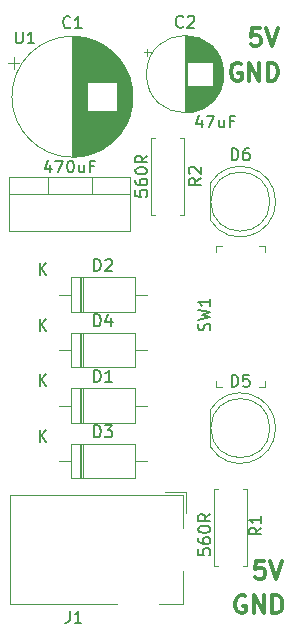
<source format=gbr>
%TF.GenerationSoftware,KiCad,Pcbnew,(5.1.10)-1*%
%TF.CreationDate,2021-12-27T15:37:09-03:00*%
%TF.ProjectId,pwr_supply,7077725f-7375-4707-906c-792e6b696361,rev?*%
%TF.SameCoordinates,Original*%
%TF.FileFunction,Legend,Top*%
%TF.FilePolarity,Positive*%
%FSLAX46Y46*%
G04 Gerber Fmt 4.6, Leading zero omitted, Abs format (unit mm)*
G04 Created by KiCad (PCBNEW (5.1.10)-1) date 2021-12-27 15:37:09*
%MOMM*%
%LPD*%
G01*
G04 APERTURE LIST*
%ADD10C,0.150000*%
%ADD11C,0.300000*%
%ADD12C,0.120000*%
%ADD13C,0.100000*%
G04 APERTURE END LIST*
D10*
X139533380Y-108783285D02*
X139533380Y-109259476D01*
X140009571Y-109307095D01*
X139961952Y-109259476D01*
X139914333Y-109164238D01*
X139914333Y-108926142D01*
X139961952Y-108830904D01*
X140009571Y-108783285D01*
X140104809Y-108735666D01*
X140342904Y-108735666D01*
X140438142Y-108783285D01*
X140485761Y-108830904D01*
X140533380Y-108926142D01*
X140533380Y-109164238D01*
X140485761Y-109259476D01*
X140438142Y-109307095D01*
X139533380Y-107878523D02*
X139533380Y-108069000D01*
X139581000Y-108164238D01*
X139628619Y-108211857D01*
X139771476Y-108307095D01*
X139961952Y-108354714D01*
X140342904Y-108354714D01*
X140438142Y-108307095D01*
X140485761Y-108259476D01*
X140533380Y-108164238D01*
X140533380Y-107973761D01*
X140485761Y-107878523D01*
X140438142Y-107830904D01*
X140342904Y-107783285D01*
X140104809Y-107783285D01*
X140009571Y-107830904D01*
X139961952Y-107878523D01*
X139914333Y-107973761D01*
X139914333Y-108164238D01*
X139961952Y-108259476D01*
X140009571Y-108307095D01*
X140104809Y-108354714D01*
X139533380Y-107164238D02*
X139533380Y-107069000D01*
X139581000Y-106973761D01*
X139628619Y-106926142D01*
X139723857Y-106878523D01*
X139914333Y-106830904D01*
X140152428Y-106830904D01*
X140342904Y-106878523D01*
X140438142Y-106926142D01*
X140485761Y-106973761D01*
X140533380Y-107069000D01*
X140533380Y-107164238D01*
X140485761Y-107259476D01*
X140438142Y-107307095D01*
X140342904Y-107354714D01*
X140152428Y-107402333D01*
X139914333Y-107402333D01*
X139723857Y-107354714D01*
X139628619Y-107307095D01*
X139581000Y-107259476D01*
X139533380Y-107164238D01*
X140533380Y-105830904D02*
X140057190Y-106164238D01*
X140533380Y-106402333D02*
X139533380Y-106402333D01*
X139533380Y-106021380D01*
X139581000Y-105926142D01*
X139628619Y-105878523D01*
X139723857Y-105830904D01*
X139866714Y-105830904D01*
X139961952Y-105878523D01*
X140009571Y-105926142D01*
X140057190Y-106021380D01*
X140057190Y-106402333D01*
X134199380Y-78430285D02*
X134199380Y-78906476D01*
X134675571Y-78954095D01*
X134627952Y-78906476D01*
X134580333Y-78811238D01*
X134580333Y-78573142D01*
X134627952Y-78477904D01*
X134675571Y-78430285D01*
X134770809Y-78382666D01*
X135008904Y-78382666D01*
X135104142Y-78430285D01*
X135151761Y-78477904D01*
X135199380Y-78573142D01*
X135199380Y-78811238D01*
X135151761Y-78906476D01*
X135104142Y-78954095D01*
X134199380Y-77525523D02*
X134199380Y-77716000D01*
X134247000Y-77811238D01*
X134294619Y-77858857D01*
X134437476Y-77954095D01*
X134627952Y-78001714D01*
X135008904Y-78001714D01*
X135104142Y-77954095D01*
X135151761Y-77906476D01*
X135199380Y-77811238D01*
X135199380Y-77620761D01*
X135151761Y-77525523D01*
X135104142Y-77477904D01*
X135008904Y-77430285D01*
X134770809Y-77430285D01*
X134675571Y-77477904D01*
X134627952Y-77525523D01*
X134580333Y-77620761D01*
X134580333Y-77811238D01*
X134627952Y-77906476D01*
X134675571Y-77954095D01*
X134770809Y-78001714D01*
X134199380Y-76811238D02*
X134199380Y-76716000D01*
X134247000Y-76620761D01*
X134294619Y-76573142D01*
X134389857Y-76525523D01*
X134580333Y-76477904D01*
X134818428Y-76477904D01*
X135008904Y-76525523D01*
X135104142Y-76573142D01*
X135151761Y-76620761D01*
X135199380Y-76716000D01*
X135199380Y-76811238D01*
X135151761Y-76906476D01*
X135104142Y-76954095D01*
X135008904Y-77001714D01*
X134818428Y-77049333D01*
X134580333Y-77049333D01*
X134389857Y-77001714D01*
X134294619Y-76954095D01*
X134247000Y-76906476D01*
X134199380Y-76811238D01*
X135199380Y-75477904D02*
X134723190Y-75811238D01*
X135199380Y-76049333D02*
X134199380Y-76049333D01*
X134199380Y-75668380D01*
X134247000Y-75573142D01*
X134294619Y-75525523D01*
X134389857Y-75477904D01*
X134532714Y-75477904D01*
X134627952Y-75525523D01*
X134675571Y-75573142D01*
X134723190Y-75668380D01*
X134723190Y-76049333D01*
X139803333Y-72429714D02*
X139803333Y-73096380D01*
X139565238Y-72048761D02*
X139327142Y-72763047D01*
X139946190Y-72763047D01*
X140231904Y-72096380D02*
X140898571Y-72096380D01*
X140470000Y-73096380D01*
X141708095Y-72429714D02*
X141708095Y-73096380D01*
X141279523Y-72429714D02*
X141279523Y-72953523D01*
X141327142Y-73048761D01*
X141422380Y-73096380D01*
X141565238Y-73096380D01*
X141660476Y-73048761D01*
X141708095Y-73001142D01*
X142517619Y-72572571D02*
X142184285Y-72572571D01*
X142184285Y-73096380D02*
X142184285Y-72096380D01*
X142660476Y-72096380D01*
X127008142Y-76239714D02*
X127008142Y-76906380D01*
X126770047Y-75858761D02*
X126531952Y-76573047D01*
X127151000Y-76573047D01*
X127436714Y-75906380D02*
X128103380Y-75906380D01*
X127674809Y-76906380D01*
X128674809Y-75906380D02*
X128770047Y-75906380D01*
X128865285Y-75954000D01*
X128912904Y-76001619D01*
X128960523Y-76096857D01*
X129008142Y-76287333D01*
X129008142Y-76525428D01*
X128960523Y-76715904D01*
X128912904Y-76811142D01*
X128865285Y-76858761D01*
X128770047Y-76906380D01*
X128674809Y-76906380D01*
X128579571Y-76858761D01*
X128531952Y-76811142D01*
X128484333Y-76715904D01*
X128436714Y-76525428D01*
X128436714Y-76287333D01*
X128484333Y-76096857D01*
X128531952Y-76001619D01*
X128579571Y-75954000D01*
X128674809Y-75906380D01*
X129865285Y-76239714D02*
X129865285Y-76906380D01*
X129436714Y-76239714D02*
X129436714Y-76763523D01*
X129484333Y-76858761D01*
X129579571Y-76906380D01*
X129722428Y-76906380D01*
X129817666Y-76858761D01*
X129865285Y-76811142D01*
X130674809Y-76382571D02*
X130341476Y-76382571D01*
X130341476Y-76906380D02*
X130341476Y-75906380D01*
X130817666Y-75906380D01*
D11*
X143129142Y-67703000D02*
X142986285Y-67631571D01*
X142772000Y-67631571D01*
X142557714Y-67703000D01*
X142414857Y-67845857D01*
X142343428Y-67988714D01*
X142272000Y-68274428D01*
X142272000Y-68488714D01*
X142343428Y-68774428D01*
X142414857Y-68917285D01*
X142557714Y-69060142D01*
X142772000Y-69131571D01*
X142914857Y-69131571D01*
X143129142Y-69060142D01*
X143200571Y-68988714D01*
X143200571Y-68488714D01*
X142914857Y-68488714D01*
X143843428Y-69131571D02*
X143843428Y-67631571D01*
X144700571Y-69131571D01*
X144700571Y-67631571D01*
X145414857Y-69131571D02*
X145414857Y-67631571D01*
X145772000Y-67631571D01*
X145986285Y-67703000D01*
X146129142Y-67845857D01*
X146200571Y-67988714D01*
X146272000Y-68274428D01*
X146272000Y-68488714D01*
X146200571Y-68774428D01*
X146129142Y-68917285D01*
X145986285Y-69060142D01*
X145772000Y-69131571D01*
X145414857Y-69131571D01*
X144748285Y-64710571D02*
X144034000Y-64710571D01*
X143962571Y-65424857D01*
X144034000Y-65353428D01*
X144176857Y-65282000D01*
X144534000Y-65282000D01*
X144676857Y-65353428D01*
X144748285Y-65424857D01*
X144819714Y-65567714D01*
X144819714Y-65924857D01*
X144748285Y-66067714D01*
X144676857Y-66139142D01*
X144534000Y-66210571D01*
X144176857Y-66210571D01*
X144034000Y-66139142D01*
X143962571Y-66067714D01*
X145248285Y-64710571D02*
X145748285Y-66210571D01*
X146248285Y-64710571D01*
X143510142Y-112788000D02*
X143367285Y-112716571D01*
X143153000Y-112716571D01*
X142938714Y-112788000D01*
X142795857Y-112930857D01*
X142724428Y-113073714D01*
X142653000Y-113359428D01*
X142653000Y-113573714D01*
X142724428Y-113859428D01*
X142795857Y-114002285D01*
X142938714Y-114145142D01*
X143153000Y-114216571D01*
X143295857Y-114216571D01*
X143510142Y-114145142D01*
X143581571Y-114073714D01*
X143581571Y-113573714D01*
X143295857Y-113573714D01*
X144224428Y-114216571D02*
X144224428Y-112716571D01*
X145081571Y-114216571D01*
X145081571Y-112716571D01*
X145795857Y-114216571D02*
X145795857Y-112716571D01*
X146153000Y-112716571D01*
X146367285Y-112788000D01*
X146510142Y-112930857D01*
X146581571Y-113073714D01*
X146653000Y-113359428D01*
X146653000Y-113573714D01*
X146581571Y-113859428D01*
X146510142Y-114002285D01*
X146367285Y-114145142D01*
X146153000Y-114216571D01*
X145795857Y-114216571D01*
X145129285Y-109795571D02*
X144415000Y-109795571D01*
X144343571Y-110509857D01*
X144415000Y-110438428D01*
X144557857Y-110367000D01*
X144915000Y-110367000D01*
X145057857Y-110438428D01*
X145129285Y-110509857D01*
X145200714Y-110652714D01*
X145200714Y-111009857D01*
X145129285Y-111152714D01*
X145057857Y-111224142D01*
X144915000Y-111295571D01*
X144557857Y-111295571D01*
X144415000Y-111224142D01*
X144343571Y-111152714D01*
X145629285Y-109795571D02*
X146129285Y-111295571D01*
X146629285Y-109795571D01*
D12*
%TO.C,C1*%
X133985000Y-70485000D02*
G75*
G03*
X133985000Y-70485000I-5120000J0D01*
G01*
X128865000Y-65405000D02*
X128865000Y-75565000D01*
X128905000Y-65405000D02*
X128905000Y-75565000D01*
X128945000Y-65405000D02*
X128945000Y-75565000D01*
X128985000Y-65406000D02*
X128985000Y-75564000D01*
X129025000Y-65407000D02*
X129025000Y-75563000D01*
X129065000Y-65408000D02*
X129065000Y-75562000D01*
X129105000Y-65410000D02*
X129105000Y-75560000D01*
X129145000Y-65412000D02*
X129145000Y-75558000D01*
X129185000Y-65415000D02*
X129185000Y-75555000D01*
X129225000Y-65417000D02*
X129225000Y-75553000D01*
X129265000Y-65420000D02*
X129265000Y-75550000D01*
X129305000Y-65423000D02*
X129305000Y-75547000D01*
X129345000Y-65427000D02*
X129345000Y-75543000D01*
X129385000Y-65431000D02*
X129385000Y-75539000D01*
X129425000Y-65435000D02*
X129425000Y-75535000D01*
X129465000Y-65440000D02*
X129465000Y-75530000D01*
X129505000Y-65445000D02*
X129505000Y-75525000D01*
X129545000Y-65450000D02*
X129545000Y-75520000D01*
X129586000Y-65455000D02*
X129586000Y-75515000D01*
X129626000Y-65461000D02*
X129626000Y-75509000D01*
X129666000Y-65467000D02*
X129666000Y-75503000D01*
X129706000Y-65474000D02*
X129706000Y-75496000D01*
X129746000Y-65481000D02*
X129746000Y-75489000D01*
X129786000Y-65488000D02*
X129786000Y-75482000D01*
X129826000Y-65495000D02*
X129826000Y-75475000D01*
X129866000Y-65503000D02*
X129866000Y-75467000D01*
X129906000Y-65511000D02*
X129906000Y-75459000D01*
X129946000Y-65520000D02*
X129946000Y-75450000D01*
X129986000Y-65529000D02*
X129986000Y-75441000D01*
X130026000Y-65538000D02*
X130026000Y-75432000D01*
X130066000Y-65547000D02*
X130066000Y-75423000D01*
X130106000Y-65557000D02*
X130106000Y-75413000D01*
X130146000Y-65567000D02*
X130146000Y-69244000D01*
X130146000Y-71726000D02*
X130146000Y-75403000D01*
X130186000Y-65578000D02*
X130186000Y-69244000D01*
X130186000Y-71726000D02*
X130186000Y-75392000D01*
X130226000Y-65588000D02*
X130226000Y-69244000D01*
X130226000Y-71726000D02*
X130226000Y-75382000D01*
X130266000Y-65600000D02*
X130266000Y-69244000D01*
X130266000Y-71726000D02*
X130266000Y-75370000D01*
X130306000Y-65611000D02*
X130306000Y-69244000D01*
X130306000Y-71726000D02*
X130306000Y-75359000D01*
X130346000Y-65623000D02*
X130346000Y-69244000D01*
X130346000Y-71726000D02*
X130346000Y-75347000D01*
X130386000Y-65635000D02*
X130386000Y-69244000D01*
X130386000Y-71726000D02*
X130386000Y-75335000D01*
X130426000Y-65648000D02*
X130426000Y-69244000D01*
X130426000Y-71726000D02*
X130426000Y-75322000D01*
X130466000Y-65661000D02*
X130466000Y-69244000D01*
X130466000Y-71726000D02*
X130466000Y-75309000D01*
X130506000Y-65674000D02*
X130506000Y-69244000D01*
X130506000Y-71726000D02*
X130506000Y-75296000D01*
X130546000Y-65688000D02*
X130546000Y-69244000D01*
X130546000Y-71726000D02*
X130546000Y-75282000D01*
X130586000Y-65702000D02*
X130586000Y-69244000D01*
X130586000Y-71726000D02*
X130586000Y-75268000D01*
X130626000Y-65717000D02*
X130626000Y-69244000D01*
X130626000Y-71726000D02*
X130626000Y-75253000D01*
X130666000Y-65731000D02*
X130666000Y-69244000D01*
X130666000Y-71726000D02*
X130666000Y-75239000D01*
X130706000Y-65747000D02*
X130706000Y-69244000D01*
X130706000Y-71726000D02*
X130706000Y-75223000D01*
X130746000Y-65762000D02*
X130746000Y-69244000D01*
X130746000Y-71726000D02*
X130746000Y-75208000D01*
X130786000Y-65778000D02*
X130786000Y-69244000D01*
X130786000Y-71726000D02*
X130786000Y-75192000D01*
X130826000Y-65795000D02*
X130826000Y-69244000D01*
X130826000Y-71726000D02*
X130826000Y-75175000D01*
X130866000Y-65811000D02*
X130866000Y-69244000D01*
X130866000Y-71726000D02*
X130866000Y-75159000D01*
X130906000Y-65828000D02*
X130906000Y-69244000D01*
X130906000Y-71726000D02*
X130906000Y-75142000D01*
X130946000Y-65846000D02*
X130946000Y-69244000D01*
X130946000Y-71726000D02*
X130946000Y-75124000D01*
X130986000Y-65864000D02*
X130986000Y-69244000D01*
X130986000Y-71726000D02*
X130986000Y-75106000D01*
X131026000Y-65882000D02*
X131026000Y-69244000D01*
X131026000Y-71726000D02*
X131026000Y-75088000D01*
X131066000Y-65901000D02*
X131066000Y-69244000D01*
X131066000Y-71726000D02*
X131066000Y-75069000D01*
X131106000Y-65921000D02*
X131106000Y-69244000D01*
X131106000Y-71726000D02*
X131106000Y-75049000D01*
X131146000Y-65940000D02*
X131146000Y-69244000D01*
X131146000Y-71726000D02*
X131146000Y-75030000D01*
X131186000Y-65960000D02*
X131186000Y-69244000D01*
X131186000Y-71726000D02*
X131186000Y-75010000D01*
X131226000Y-65981000D02*
X131226000Y-69244000D01*
X131226000Y-71726000D02*
X131226000Y-74989000D01*
X131266000Y-66002000D02*
X131266000Y-69244000D01*
X131266000Y-71726000D02*
X131266000Y-74968000D01*
X131306000Y-66023000D02*
X131306000Y-69244000D01*
X131306000Y-71726000D02*
X131306000Y-74947000D01*
X131346000Y-66045000D02*
X131346000Y-69244000D01*
X131346000Y-71726000D02*
X131346000Y-74925000D01*
X131386000Y-66068000D02*
X131386000Y-69244000D01*
X131386000Y-71726000D02*
X131386000Y-74902000D01*
X131426000Y-66090000D02*
X131426000Y-69244000D01*
X131426000Y-71726000D02*
X131426000Y-74880000D01*
X131466000Y-66114000D02*
X131466000Y-69244000D01*
X131466000Y-71726000D02*
X131466000Y-74856000D01*
X131506000Y-66138000D02*
X131506000Y-69244000D01*
X131506000Y-71726000D02*
X131506000Y-74832000D01*
X131546000Y-66162000D02*
X131546000Y-69244000D01*
X131546000Y-71726000D02*
X131546000Y-74808000D01*
X131586000Y-66187000D02*
X131586000Y-69244000D01*
X131586000Y-71726000D02*
X131586000Y-74783000D01*
X131626000Y-66212000D02*
X131626000Y-69244000D01*
X131626000Y-71726000D02*
X131626000Y-74758000D01*
X131666000Y-66238000D02*
X131666000Y-69244000D01*
X131666000Y-71726000D02*
X131666000Y-74732000D01*
X131706000Y-66264000D02*
X131706000Y-69244000D01*
X131706000Y-71726000D02*
X131706000Y-74706000D01*
X131746000Y-66291000D02*
X131746000Y-69244000D01*
X131746000Y-71726000D02*
X131746000Y-74679000D01*
X131786000Y-66319000D02*
X131786000Y-69244000D01*
X131786000Y-71726000D02*
X131786000Y-74651000D01*
X131826000Y-66347000D02*
X131826000Y-69244000D01*
X131826000Y-71726000D02*
X131826000Y-74623000D01*
X131866000Y-66375000D02*
X131866000Y-69244000D01*
X131866000Y-71726000D02*
X131866000Y-74595000D01*
X131906000Y-66405000D02*
X131906000Y-69244000D01*
X131906000Y-71726000D02*
X131906000Y-74565000D01*
X131946000Y-66435000D02*
X131946000Y-69244000D01*
X131946000Y-71726000D02*
X131946000Y-74535000D01*
X131986000Y-66465000D02*
X131986000Y-69244000D01*
X131986000Y-71726000D02*
X131986000Y-74505000D01*
X132026000Y-66496000D02*
X132026000Y-69244000D01*
X132026000Y-71726000D02*
X132026000Y-74474000D01*
X132066000Y-66528000D02*
X132066000Y-69244000D01*
X132066000Y-71726000D02*
X132066000Y-74442000D01*
X132106000Y-66560000D02*
X132106000Y-69244000D01*
X132106000Y-71726000D02*
X132106000Y-74410000D01*
X132146000Y-66593000D02*
X132146000Y-69244000D01*
X132146000Y-71726000D02*
X132146000Y-74377000D01*
X132186000Y-66627000D02*
X132186000Y-69244000D01*
X132186000Y-71726000D02*
X132186000Y-74343000D01*
X132226000Y-66661000D02*
X132226000Y-69244000D01*
X132226000Y-71726000D02*
X132226000Y-74309000D01*
X132266000Y-66696000D02*
X132266000Y-69244000D01*
X132266000Y-71726000D02*
X132266000Y-74274000D01*
X132306000Y-66732000D02*
X132306000Y-69244000D01*
X132306000Y-71726000D02*
X132306000Y-74238000D01*
X132346000Y-66769000D02*
X132346000Y-69244000D01*
X132346000Y-71726000D02*
X132346000Y-74201000D01*
X132386000Y-66806000D02*
X132386000Y-69244000D01*
X132386000Y-71726000D02*
X132386000Y-74164000D01*
X132426000Y-66845000D02*
X132426000Y-69244000D01*
X132426000Y-71726000D02*
X132426000Y-74125000D01*
X132466000Y-66884000D02*
X132466000Y-69244000D01*
X132466000Y-71726000D02*
X132466000Y-74086000D01*
X132506000Y-66924000D02*
X132506000Y-69244000D01*
X132506000Y-71726000D02*
X132506000Y-74046000D01*
X132546000Y-66965000D02*
X132546000Y-69244000D01*
X132546000Y-71726000D02*
X132546000Y-74005000D01*
X132586000Y-67007000D02*
X132586000Y-69244000D01*
X132586000Y-71726000D02*
X132586000Y-73963000D01*
X132626000Y-67049000D02*
X132626000Y-73921000D01*
X132666000Y-67093000D02*
X132666000Y-73877000D01*
X132706000Y-67138000D02*
X132706000Y-73832000D01*
X132746000Y-67184000D02*
X132746000Y-73786000D01*
X132786000Y-67231000D02*
X132786000Y-73739000D01*
X132826000Y-67279000D02*
X132826000Y-73691000D01*
X132866000Y-67329000D02*
X132866000Y-73641000D01*
X132906000Y-67379000D02*
X132906000Y-73591000D01*
X132946000Y-67431000D02*
X132946000Y-73539000D01*
X132986000Y-67485000D02*
X132986000Y-73485000D01*
X133026000Y-67540000D02*
X133026000Y-73430000D01*
X133066000Y-67596000D02*
X133066000Y-73374000D01*
X133106000Y-67655000D02*
X133106000Y-73315000D01*
X133146000Y-67715000D02*
X133146000Y-73255000D01*
X133186000Y-67776000D02*
X133186000Y-73194000D01*
X133226000Y-67840000D02*
X133226000Y-73130000D01*
X133266000Y-67906000D02*
X133266000Y-73064000D01*
X133306000Y-67975000D02*
X133306000Y-72995000D01*
X133346000Y-68046000D02*
X133346000Y-72924000D01*
X133386000Y-68120000D02*
X133386000Y-72850000D01*
X133426000Y-68196000D02*
X133426000Y-72774000D01*
X133466000Y-68276000D02*
X133466000Y-72694000D01*
X133506000Y-68360000D02*
X133506000Y-72610000D01*
X133546000Y-68448000D02*
X133546000Y-72522000D01*
X133586000Y-68541000D02*
X133586000Y-72429000D01*
X133626000Y-68639000D02*
X133626000Y-72331000D01*
X133666000Y-68743000D02*
X133666000Y-72227000D01*
X133706000Y-68855000D02*
X133706000Y-72115000D01*
X133746000Y-68975000D02*
X133746000Y-71995000D01*
X133786000Y-69107000D02*
X133786000Y-71863000D01*
X133826000Y-69255000D02*
X133826000Y-71715000D01*
X133866000Y-69423000D02*
X133866000Y-71547000D01*
X133906000Y-69623000D02*
X133906000Y-71347000D01*
X133946000Y-69886000D02*
X133946000Y-71084000D01*
X123385354Y-67610000D02*
X124385354Y-67610000D01*
X123885354Y-67110000D02*
X123885354Y-68110000D01*
%TO.C,C2*%
X141680000Y-68580000D02*
G75*
G03*
X141680000Y-68580000I-3270000J0D01*
G01*
X138410000Y-65350000D02*
X138410000Y-71810000D01*
X138450000Y-65350000D02*
X138450000Y-71810000D01*
X138490000Y-65350000D02*
X138490000Y-71810000D01*
X138530000Y-65352000D02*
X138530000Y-71808000D01*
X138570000Y-65353000D02*
X138570000Y-71807000D01*
X138610000Y-65356000D02*
X138610000Y-71804000D01*
X138650000Y-65358000D02*
X138650000Y-67540000D01*
X138650000Y-69620000D02*
X138650000Y-71802000D01*
X138690000Y-65362000D02*
X138690000Y-67540000D01*
X138690000Y-69620000D02*
X138690000Y-71798000D01*
X138730000Y-65365000D02*
X138730000Y-67540000D01*
X138730000Y-69620000D02*
X138730000Y-71795000D01*
X138770000Y-65369000D02*
X138770000Y-67540000D01*
X138770000Y-69620000D02*
X138770000Y-71791000D01*
X138810000Y-65374000D02*
X138810000Y-67540000D01*
X138810000Y-69620000D02*
X138810000Y-71786000D01*
X138850000Y-65379000D02*
X138850000Y-67540000D01*
X138850000Y-69620000D02*
X138850000Y-71781000D01*
X138890000Y-65385000D02*
X138890000Y-67540000D01*
X138890000Y-69620000D02*
X138890000Y-71775000D01*
X138930000Y-65391000D02*
X138930000Y-67540000D01*
X138930000Y-69620000D02*
X138930000Y-71769000D01*
X138970000Y-65398000D02*
X138970000Y-67540000D01*
X138970000Y-69620000D02*
X138970000Y-71762000D01*
X139010000Y-65405000D02*
X139010000Y-67540000D01*
X139010000Y-69620000D02*
X139010000Y-71755000D01*
X139050000Y-65413000D02*
X139050000Y-67540000D01*
X139050000Y-69620000D02*
X139050000Y-71747000D01*
X139090000Y-65421000D02*
X139090000Y-67540000D01*
X139090000Y-69620000D02*
X139090000Y-71739000D01*
X139131000Y-65430000D02*
X139131000Y-67540000D01*
X139131000Y-69620000D02*
X139131000Y-71730000D01*
X139171000Y-65439000D02*
X139171000Y-67540000D01*
X139171000Y-69620000D02*
X139171000Y-71721000D01*
X139211000Y-65449000D02*
X139211000Y-67540000D01*
X139211000Y-69620000D02*
X139211000Y-71711000D01*
X139251000Y-65459000D02*
X139251000Y-67540000D01*
X139251000Y-69620000D02*
X139251000Y-71701000D01*
X139291000Y-65470000D02*
X139291000Y-67540000D01*
X139291000Y-69620000D02*
X139291000Y-71690000D01*
X139331000Y-65482000D02*
X139331000Y-67540000D01*
X139331000Y-69620000D02*
X139331000Y-71678000D01*
X139371000Y-65494000D02*
X139371000Y-67540000D01*
X139371000Y-69620000D02*
X139371000Y-71666000D01*
X139411000Y-65506000D02*
X139411000Y-67540000D01*
X139411000Y-69620000D02*
X139411000Y-71654000D01*
X139451000Y-65519000D02*
X139451000Y-67540000D01*
X139451000Y-69620000D02*
X139451000Y-71641000D01*
X139491000Y-65533000D02*
X139491000Y-67540000D01*
X139491000Y-69620000D02*
X139491000Y-71627000D01*
X139531000Y-65547000D02*
X139531000Y-67540000D01*
X139531000Y-69620000D02*
X139531000Y-71613000D01*
X139571000Y-65562000D02*
X139571000Y-67540000D01*
X139571000Y-69620000D02*
X139571000Y-71598000D01*
X139611000Y-65578000D02*
X139611000Y-67540000D01*
X139611000Y-69620000D02*
X139611000Y-71582000D01*
X139651000Y-65594000D02*
X139651000Y-67540000D01*
X139651000Y-69620000D02*
X139651000Y-71566000D01*
X139691000Y-65610000D02*
X139691000Y-67540000D01*
X139691000Y-69620000D02*
X139691000Y-71550000D01*
X139731000Y-65628000D02*
X139731000Y-67540000D01*
X139731000Y-69620000D02*
X139731000Y-71532000D01*
X139771000Y-65646000D02*
X139771000Y-67540000D01*
X139771000Y-69620000D02*
X139771000Y-71514000D01*
X139811000Y-65664000D02*
X139811000Y-67540000D01*
X139811000Y-69620000D02*
X139811000Y-71496000D01*
X139851000Y-65684000D02*
X139851000Y-67540000D01*
X139851000Y-69620000D02*
X139851000Y-71476000D01*
X139891000Y-65704000D02*
X139891000Y-67540000D01*
X139891000Y-69620000D02*
X139891000Y-71456000D01*
X139931000Y-65724000D02*
X139931000Y-67540000D01*
X139931000Y-69620000D02*
X139931000Y-71436000D01*
X139971000Y-65746000D02*
X139971000Y-67540000D01*
X139971000Y-69620000D02*
X139971000Y-71414000D01*
X140011000Y-65768000D02*
X140011000Y-67540000D01*
X140011000Y-69620000D02*
X140011000Y-71392000D01*
X140051000Y-65790000D02*
X140051000Y-67540000D01*
X140051000Y-69620000D02*
X140051000Y-71370000D01*
X140091000Y-65814000D02*
X140091000Y-67540000D01*
X140091000Y-69620000D02*
X140091000Y-71346000D01*
X140131000Y-65838000D02*
X140131000Y-67540000D01*
X140131000Y-69620000D02*
X140131000Y-71322000D01*
X140171000Y-65864000D02*
X140171000Y-67540000D01*
X140171000Y-69620000D02*
X140171000Y-71296000D01*
X140211000Y-65890000D02*
X140211000Y-67540000D01*
X140211000Y-69620000D02*
X140211000Y-71270000D01*
X140251000Y-65916000D02*
X140251000Y-67540000D01*
X140251000Y-69620000D02*
X140251000Y-71244000D01*
X140291000Y-65944000D02*
X140291000Y-67540000D01*
X140291000Y-69620000D02*
X140291000Y-71216000D01*
X140331000Y-65973000D02*
X140331000Y-67540000D01*
X140331000Y-69620000D02*
X140331000Y-71187000D01*
X140371000Y-66002000D02*
X140371000Y-67540000D01*
X140371000Y-69620000D02*
X140371000Y-71158000D01*
X140411000Y-66032000D02*
X140411000Y-67540000D01*
X140411000Y-69620000D02*
X140411000Y-71128000D01*
X140451000Y-66064000D02*
X140451000Y-67540000D01*
X140451000Y-69620000D02*
X140451000Y-71096000D01*
X140491000Y-66096000D02*
X140491000Y-67540000D01*
X140491000Y-69620000D02*
X140491000Y-71064000D01*
X140531000Y-66130000D02*
X140531000Y-67540000D01*
X140531000Y-69620000D02*
X140531000Y-71030000D01*
X140571000Y-66164000D02*
X140571000Y-67540000D01*
X140571000Y-69620000D02*
X140571000Y-70996000D01*
X140611000Y-66200000D02*
X140611000Y-67540000D01*
X140611000Y-69620000D02*
X140611000Y-70960000D01*
X140651000Y-66237000D02*
X140651000Y-67540000D01*
X140651000Y-69620000D02*
X140651000Y-70923000D01*
X140691000Y-66275000D02*
X140691000Y-67540000D01*
X140691000Y-69620000D02*
X140691000Y-70885000D01*
X140731000Y-66315000D02*
X140731000Y-70845000D01*
X140771000Y-66356000D02*
X140771000Y-70804000D01*
X140811000Y-66398000D02*
X140811000Y-70762000D01*
X140851000Y-66443000D02*
X140851000Y-70717000D01*
X140891000Y-66488000D02*
X140891000Y-70672000D01*
X140931000Y-66536000D02*
X140931000Y-70624000D01*
X140971000Y-66585000D02*
X140971000Y-70575000D01*
X141011000Y-66636000D02*
X141011000Y-70524000D01*
X141051000Y-66690000D02*
X141051000Y-70470000D01*
X141091000Y-66746000D02*
X141091000Y-70414000D01*
X141131000Y-66804000D02*
X141131000Y-70356000D01*
X141171000Y-66866000D02*
X141171000Y-70294000D01*
X141211000Y-66930000D02*
X141211000Y-70230000D01*
X141251000Y-66999000D02*
X141251000Y-70161000D01*
X141291000Y-67071000D02*
X141291000Y-70089000D01*
X141331000Y-67148000D02*
X141331000Y-70012000D01*
X141371000Y-67230000D02*
X141371000Y-69930000D01*
X141411000Y-67318000D02*
X141411000Y-69842000D01*
X141451000Y-67415000D02*
X141451000Y-69745000D01*
X141491000Y-67521000D02*
X141491000Y-69639000D01*
X141531000Y-67640000D02*
X141531000Y-69520000D01*
X141571000Y-67778000D02*
X141571000Y-69382000D01*
X141611000Y-67947000D02*
X141611000Y-69213000D01*
X141651000Y-68178000D02*
X141651000Y-68982000D01*
X134909759Y-66741000D02*
X135539759Y-66741000D01*
X135224759Y-66426000D02*
X135224759Y-67056000D01*
%TO.C,D1*%
X128725000Y-95177000D02*
X128725000Y-98117000D01*
X128725000Y-98117000D02*
X134165000Y-98117000D01*
X134165000Y-98117000D02*
X134165000Y-95177000D01*
X134165000Y-95177000D02*
X128725000Y-95177000D01*
X127705000Y-96647000D02*
X128725000Y-96647000D01*
X135185000Y-96647000D02*
X134165000Y-96647000D01*
X129625000Y-95177000D02*
X129625000Y-98117000D01*
X129745000Y-95177000D02*
X129745000Y-98117000D01*
X129505000Y-95177000D02*
X129505000Y-98117000D01*
%TO.C,D2*%
X128725000Y-85779000D02*
X128725000Y-88719000D01*
X128725000Y-88719000D02*
X134165000Y-88719000D01*
X134165000Y-88719000D02*
X134165000Y-85779000D01*
X134165000Y-85779000D02*
X128725000Y-85779000D01*
X127705000Y-87249000D02*
X128725000Y-87249000D01*
X135185000Y-87249000D02*
X134165000Y-87249000D01*
X129625000Y-85779000D02*
X129625000Y-88719000D01*
X129745000Y-85779000D02*
X129745000Y-88719000D01*
X129505000Y-85779000D02*
X129505000Y-88719000D01*
%TO.C,D3*%
X129505000Y-99876000D02*
X129505000Y-102816000D01*
X129745000Y-99876000D02*
X129745000Y-102816000D01*
X129625000Y-99876000D02*
X129625000Y-102816000D01*
X135185000Y-101346000D02*
X134165000Y-101346000D01*
X127705000Y-101346000D02*
X128725000Y-101346000D01*
X134165000Y-99876000D02*
X128725000Y-99876000D01*
X134165000Y-102816000D02*
X134165000Y-99876000D01*
X128725000Y-102816000D02*
X134165000Y-102816000D01*
X128725000Y-99876000D02*
X128725000Y-102816000D01*
%TO.C,D4*%
X129505000Y-90478000D02*
X129505000Y-93418000D01*
X129745000Y-90478000D02*
X129745000Y-93418000D01*
X129625000Y-90478000D02*
X129625000Y-93418000D01*
X135185000Y-91948000D02*
X134165000Y-91948000D01*
X127705000Y-91948000D02*
X128725000Y-91948000D01*
X134165000Y-90478000D02*
X128725000Y-90478000D01*
X134165000Y-93418000D02*
X134165000Y-90478000D01*
X128725000Y-93418000D02*
X134165000Y-93418000D01*
X128725000Y-90478000D02*
X128725000Y-93418000D01*
%TO.C,D5*%
X145588000Y-98552000D02*
G75*
G03*
X145588000Y-98552000I-2500000J0D01*
G01*
X140528000Y-97007000D02*
X140528000Y-100097000D01*
X146078000Y-98551538D02*
G75*
G02*
X140528000Y-100096830I-2990000J-462D01*
G01*
X146078000Y-98552462D02*
G75*
G03*
X140528000Y-97007170I-2990000J462D01*
G01*
%TO.C,D6*%
X140528000Y-77830000D02*
X140528000Y-80920000D01*
X145588000Y-79375000D02*
G75*
G03*
X145588000Y-79375000I-2500000J0D01*
G01*
X146078000Y-79375462D02*
G75*
G03*
X140528000Y-77830170I-2990000J462D01*
G01*
X146078000Y-79374538D02*
G75*
G02*
X140528000Y-80919830I-2990000J-462D01*
G01*
%TO.C,J1*%
X132614000Y-113439000D02*
X123614000Y-113439000D01*
X123614000Y-113439000D02*
X123614000Y-104239000D01*
X123614000Y-104239000D02*
X138214000Y-104239000D01*
X138214000Y-104239000D02*
X138214000Y-107039000D01*
X138214000Y-110639000D02*
X138214000Y-113439000D01*
X138214000Y-113439000D02*
X136214000Y-113439000D01*
X136714000Y-103999000D02*
X138454000Y-103999000D01*
X138454000Y-103999000D02*
X138454000Y-105739000D01*
%TO.C,R1*%
X141200000Y-110204000D02*
X140870000Y-110204000D01*
X140870000Y-110204000D02*
X140870000Y-103664000D01*
X140870000Y-103664000D02*
X141200000Y-103664000D01*
X143280000Y-110204000D02*
X143610000Y-110204000D01*
X143610000Y-110204000D02*
X143610000Y-103664000D01*
X143610000Y-103664000D02*
X143280000Y-103664000D01*
%TO.C,R2*%
X135536000Y-80486000D02*
X135866000Y-80486000D01*
X135536000Y-73946000D02*
X135536000Y-80486000D01*
X135866000Y-73946000D02*
X135536000Y-73946000D01*
X138276000Y-80486000D02*
X137946000Y-80486000D01*
X138276000Y-73946000D02*
X138276000Y-80486000D01*
X137946000Y-73946000D02*
X138276000Y-73946000D01*
D13*
%TO.C,SW1*%
X145193000Y-83140000D02*
X145193000Y-83640000D01*
X145193000Y-83140000D02*
X144693000Y-83140000D01*
X145193000Y-95040000D02*
X145193000Y-94540000D01*
X145193000Y-95040000D02*
X144693000Y-95040000D01*
X140993000Y-95040000D02*
X140993000Y-94540000D01*
X140993000Y-95040000D02*
X141493000Y-95040000D01*
X140993000Y-83140000D02*
X141493000Y-83140000D01*
X140993000Y-83140000D02*
X140993000Y-83640000D01*
D12*
%TO.C,U1*%
X123531000Y-77248000D02*
X133771000Y-77248000D01*
X123531000Y-81889000D02*
X133771000Y-81889000D01*
X123531000Y-77248000D02*
X123531000Y-81889000D01*
X133771000Y-77248000D02*
X133771000Y-81889000D01*
X123531000Y-78758000D02*
X133771000Y-78758000D01*
X126801000Y-77248000D02*
X126801000Y-78758000D01*
X130502000Y-77248000D02*
X130502000Y-78758000D01*
%TO.C,C1*%
D10*
X128698333Y-64592142D02*
X128650714Y-64639761D01*
X128507857Y-64687380D01*
X128412619Y-64687380D01*
X128269761Y-64639761D01*
X128174523Y-64544523D01*
X128126904Y-64449285D01*
X128079285Y-64258809D01*
X128079285Y-64115952D01*
X128126904Y-63925476D01*
X128174523Y-63830238D01*
X128269761Y-63735000D01*
X128412619Y-63687380D01*
X128507857Y-63687380D01*
X128650714Y-63735000D01*
X128698333Y-63782619D01*
X129650714Y-64687380D02*
X129079285Y-64687380D01*
X129365000Y-64687380D02*
X129365000Y-63687380D01*
X129269761Y-63830238D01*
X129174523Y-63925476D01*
X129079285Y-63973095D01*
%TO.C,C2*%
X138243333Y-64537142D02*
X138195714Y-64584761D01*
X138052857Y-64632380D01*
X137957619Y-64632380D01*
X137814761Y-64584761D01*
X137719523Y-64489523D01*
X137671904Y-64394285D01*
X137624285Y-64203809D01*
X137624285Y-64060952D01*
X137671904Y-63870476D01*
X137719523Y-63775238D01*
X137814761Y-63680000D01*
X137957619Y-63632380D01*
X138052857Y-63632380D01*
X138195714Y-63680000D01*
X138243333Y-63727619D01*
X138624285Y-63727619D02*
X138671904Y-63680000D01*
X138767142Y-63632380D01*
X139005238Y-63632380D01*
X139100476Y-63680000D01*
X139148095Y-63727619D01*
X139195714Y-63822857D01*
X139195714Y-63918095D01*
X139148095Y-64060952D01*
X138576666Y-64632380D01*
X139195714Y-64632380D01*
%TO.C,D1*%
X130706904Y-94629380D02*
X130706904Y-93629380D01*
X130945000Y-93629380D01*
X131087857Y-93677000D01*
X131183095Y-93772238D01*
X131230714Y-93867476D01*
X131278333Y-94057952D01*
X131278333Y-94200809D01*
X131230714Y-94391285D01*
X131183095Y-94486523D01*
X131087857Y-94581761D01*
X130945000Y-94629380D01*
X130706904Y-94629380D01*
X132230714Y-94629380D02*
X131659285Y-94629380D01*
X131945000Y-94629380D02*
X131945000Y-93629380D01*
X131849761Y-93772238D01*
X131754523Y-93867476D01*
X131659285Y-93915095D01*
X126103095Y-94999380D02*
X126103095Y-93999380D01*
X126674523Y-94999380D02*
X126245952Y-94427952D01*
X126674523Y-93999380D02*
X126103095Y-94570809D01*
%TO.C,D2*%
X130706904Y-85231380D02*
X130706904Y-84231380D01*
X130945000Y-84231380D01*
X131087857Y-84279000D01*
X131183095Y-84374238D01*
X131230714Y-84469476D01*
X131278333Y-84659952D01*
X131278333Y-84802809D01*
X131230714Y-84993285D01*
X131183095Y-85088523D01*
X131087857Y-85183761D01*
X130945000Y-85231380D01*
X130706904Y-85231380D01*
X131659285Y-84326619D02*
X131706904Y-84279000D01*
X131802142Y-84231380D01*
X132040238Y-84231380D01*
X132135476Y-84279000D01*
X132183095Y-84326619D01*
X132230714Y-84421857D01*
X132230714Y-84517095D01*
X132183095Y-84659952D01*
X131611666Y-85231380D01*
X132230714Y-85231380D01*
X126103095Y-85601380D02*
X126103095Y-84601380D01*
X126674523Y-85601380D02*
X126245952Y-85029952D01*
X126674523Y-84601380D02*
X126103095Y-85172809D01*
%TO.C,D3*%
X130706904Y-99328380D02*
X130706904Y-98328380D01*
X130945000Y-98328380D01*
X131087857Y-98376000D01*
X131183095Y-98471238D01*
X131230714Y-98566476D01*
X131278333Y-98756952D01*
X131278333Y-98899809D01*
X131230714Y-99090285D01*
X131183095Y-99185523D01*
X131087857Y-99280761D01*
X130945000Y-99328380D01*
X130706904Y-99328380D01*
X131611666Y-98328380D02*
X132230714Y-98328380D01*
X131897380Y-98709333D01*
X132040238Y-98709333D01*
X132135476Y-98756952D01*
X132183095Y-98804571D01*
X132230714Y-98899809D01*
X132230714Y-99137904D01*
X132183095Y-99233142D01*
X132135476Y-99280761D01*
X132040238Y-99328380D01*
X131754523Y-99328380D01*
X131659285Y-99280761D01*
X131611666Y-99233142D01*
X126103095Y-99698380D02*
X126103095Y-98698380D01*
X126674523Y-99698380D02*
X126245952Y-99126952D01*
X126674523Y-98698380D02*
X126103095Y-99269809D01*
%TO.C,D4*%
X130706904Y-89930380D02*
X130706904Y-88930380D01*
X130945000Y-88930380D01*
X131087857Y-88978000D01*
X131183095Y-89073238D01*
X131230714Y-89168476D01*
X131278333Y-89358952D01*
X131278333Y-89501809D01*
X131230714Y-89692285D01*
X131183095Y-89787523D01*
X131087857Y-89882761D01*
X130945000Y-89930380D01*
X130706904Y-89930380D01*
X132135476Y-89263714D02*
X132135476Y-89930380D01*
X131897380Y-88882761D02*
X131659285Y-89597047D01*
X132278333Y-89597047D01*
X126103095Y-90300380D02*
X126103095Y-89300380D01*
X126674523Y-90300380D02*
X126245952Y-89728952D01*
X126674523Y-89300380D02*
X126103095Y-89871809D01*
%TO.C,D5*%
X142349904Y-95044380D02*
X142349904Y-94044380D01*
X142588000Y-94044380D01*
X142730857Y-94092000D01*
X142826095Y-94187238D01*
X142873714Y-94282476D01*
X142921333Y-94472952D01*
X142921333Y-94615809D01*
X142873714Y-94806285D01*
X142826095Y-94901523D01*
X142730857Y-94996761D01*
X142588000Y-95044380D01*
X142349904Y-95044380D01*
X143826095Y-94044380D02*
X143349904Y-94044380D01*
X143302285Y-94520571D01*
X143349904Y-94472952D01*
X143445142Y-94425333D01*
X143683238Y-94425333D01*
X143778476Y-94472952D01*
X143826095Y-94520571D01*
X143873714Y-94615809D01*
X143873714Y-94853904D01*
X143826095Y-94949142D01*
X143778476Y-94996761D01*
X143683238Y-95044380D01*
X143445142Y-95044380D01*
X143349904Y-94996761D01*
X143302285Y-94949142D01*
%TO.C,D6*%
X142349904Y-75867380D02*
X142349904Y-74867380D01*
X142588000Y-74867380D01*
X142730857Y-74915000D01*
X142826095Y-75010238D01*
X142873714Y-75105476D01*
X142921333Y-75295952D01*
X142921333Y-75438809D01*
X142873714Y-75629285D01*
X142826095Y-75724523D01*
X142730857Y-75819761D01*
X142588000Y-75867380D01*
X142349904Y-75867380D01*
X143778476Y-74867380D02*
X143588000Y-74867380D01*
X143492761Y-74915000D01*
X143445142Y-74962619D01*
X143349904Y-75105476D01*
X143302285Y-75295952D01*
X143302285Y-75676904D01*
X143349904Y-75772142D01*
X143397523Y-75819761D01*
X143492761Y-75867380D01*
X143683238Y-75867380D01*
X143778476Y-75819761D01*
X143826095Y-75772142D01*
X143873714Y-75676904D01*
X143873714Y-75438809D01*
X143826095Y-75343571D01*
X143778476Y-75295952D01*
X143683238Y-75248333D01*
X143492761Y-75248333D01*
X143397523Y-75295952D01*
X143349904Y-75343571D01*
X143302285Y-75438809D01*
%TO.C,J1*%
X128630666Y-114041380D02*
X128630666Y-114755666D01*
X128583047Y-114898523D01*
X128487809Y-114993761D01*
X128344952Y-115041380D01*
X128249714Y-115041380D01*
X129630666Y-115041380D02*
X129059238Y-115041380D01*
X129344952Y-115041380D02*
X129344952Y-114041380D01*
X129249714Y-114184238D01*
X129154476Y-114279476D01*
X129059238Y-114327095D01*
%TO.C,R1*%
X144851380Y-106973666D02*
X144375190Y-107307000D01*
X144851380Y-107545095D02*
X143851380Y-107545095D01*
X143851380Y-107164142D01*
X143899000Y-107068904D01*
X143946619Y-107021285D01*
X144041857Y-106973666D01*
X144184714Y-106973666D01*
X144279952Y-107021285D01*
X144327571Y-107068904D01*
X144375190Y-107164142D01*
X144375190Y-107545095D01*
X144851380Y-106021285D02*
X144851380Y-106592714D01*
X144851380Y-106307000D02*
X143851380Y-106307000D01*
X143994238Y-106402238D01*
X144089476Y-106497476D01*
X144137095Y-106592714D01*
%TO.C,R2*%
X139728380Y-77382666D02*
X139252190Y-77716000D01*
X139728380Y-77954095D02*
X138728380Y-77954095D01*
X138728380Y-77573142D01*
X138776000Y-77477904D01*
X138823619Y-77430285D01*
X138918857Y-77382666D01*
X139061714Y-77382666D01*
X139156952Y-77430285D01*
X139204571Y-77477904D01*
X139252190Y-77573142D01*
X139252190Y-77954095D01*
X138823619Y-77001714D02*
X138776000Y-76954095D01*
X138728380Y-76858857D01*
X138728380Y-76620761D01*
X138776000Y-76525523D01*
X138823619Y-76477904D01*
X138918857Y-76430285D01*
X139014095Y-76430285D01*
X139156952Y-76477904D01*
X139728380Y-77049333D01*
X139728380Y-76430285D01*
%TO.C,SW1*%
X140477761Y-90283333D02*
X140525380Y-90140476D01*
X140525380Y-89902380D01*
X140477761Y-89807142D01*
X140430142Y-89759523D01*
X140334904Y-89711904D01*
X140239666Y-89711904D01*
X140144428Y-89759523D01*
X140096809Y-89807142D01*
X140049190Y-89902380D01*
X140001571Y-90092857D01*
X139953952Y-90188095D01*
X139906333Y-90235714D01*
X139811095Y-90283333D01*
X139715857Y-90283333D01*
X139620619Y-90235714D01*
X139573000Y-90188095D01*
X139525380Y-90092857D01*
X139525380Y-89854761D01*
X139573000Y-89711904D01*
X139525380Y-89378571D02*
X140525380Y-89140476D01*
X139811095Y-88950000D01*
X140525380Y-88759523D01*
X139525380Y-88521428D01*
X140525380Y-87616666D02*
X140525380Y-88188095D01*
X140525380Y-87902380D02*
X139525380Y-87902380D01*
X139668238Y-87997619D01*
X139763476Y-88092857D01*
X139811095Y-88188095D01*
%TO.C,U1*%
X124079095Y-64984380D02*
X124079095Y-65793904D01*
X124126714Y-65889142D01*
X124174333Y-65936761D01*
X124269571Y-65984380D01*
X124460047Y-65984380D01*
X124555285Y-65936761D01*
X124602904Y-65889142D01*
X124650523Y-65793904D01*
X124650523Y-64984380D01*
X125650523Y-65984380D02*
X125079095Y-65984380D01*
X125364809Y-65984380D02*
X125364809Y-64984380D01*
X125269571Y-65127238D01*
X125174333Y-65222476D01*
X125079095Y-65270095D01*
%TD*%
M02*

</source>
